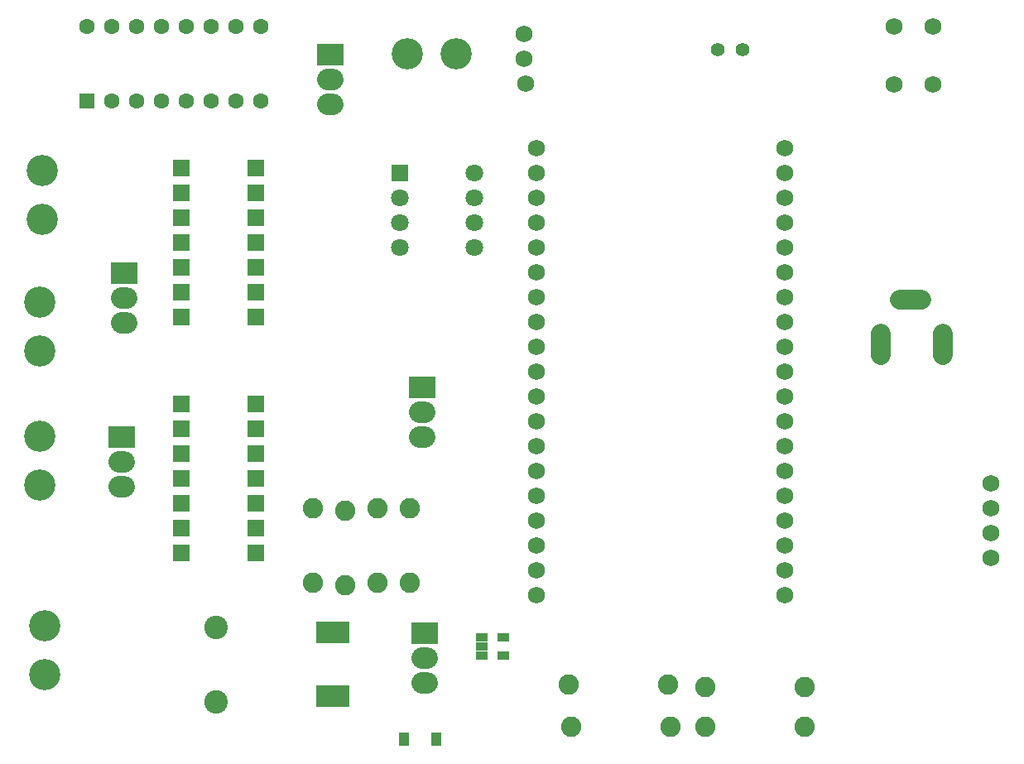
<source format=gts>
G04 ---------------------------- Layer name :TOP SOLDER LAYER*
G04 EasyEDA v5.4.12, Wed, 30 May 2018 14:54:02 GMT*
G04 28c5c568ee064045b2737d890bb1bb74*
G04 Gerber Generator version 0.2*
G04 Scale: 100 percent, Rotated: No, Reflected: No *
G04 Dimensions in inches *
G04 leading zeros omitted , absolute positions ,2 integer and 4 decimal *
%FSLAX24Y24*%
%MOIN*%
G90*
G70D02*

%ADD17R,0.134000X0.086700*%
%ADD18R,0.049732X0.033591*%
%ADD19R,0.043800X0.056000*%
%ADD20R,0.106425X0.086740*%
%ADD21C,0.082000*%
%ADD22C,0.126110*%
%ADD23R,0.063100X0.063100*%
%ADD24C,0.063100*%
%ADD25R,0.071000X0.071000*%
%ADD26C,0.068000*%
%ADD27C,0.094614*%
%ADD28C,0.071000*%
%ADD29C,0.055000*%
%ADD30C,0.078866*%
%ADD31C,0.086740*%

%LPD*%
G54D30*
G01X36169Y17333D02*
G01X36169Y16466D01*
G01X38669Y16466D02*
G01X38669Y17333D01*
G01X37783Y18690D02*
G01X36916Y18690D01*
G54D31*
G01X17898Y3250D02*
G01X17701Y3250D01*
G01X17898Y4250D02*
G01X17701Y4250D01*
G01X14098Y26550D02*
G01X13901Y26550D01*
G01X14098Y27550D02*
G01X13901Y27550D01*
G01X5698Y11150D02*
G01X5501Y11150D01*
G01X5698Y12150D02*
G01X5501Y12150D01*
G01X5798Y17750D02*
G01X5601Y17750D01*
G01X5798Y18750D02*
G01X5601Y18750D01*
G01X17798Y13150D02*
G01X17601Y13150D01*
G01X17798Y14150D02*
G01X17601Y14150D01*
G54D20*
G01X17800Y5250D03*
G54D21*
G01X15900Y7300D03*
G01X15900Y10300D03*
G01X14600Y7200D03*
G01X14600Y10200D03*
G54D22*
G01X2400Y23900D03*
G01X2400Y21932D03*
G54D23*
G01X4200Y26700D03*
G54D24*
G01X5200Y26700D03*
G01X6200Y26700D03*
G01X7200Y26700D03*
G01X8200Y26700D03*
G01X9200Y26700D03*
G01X10200Y26700D03*
G01X11200Y26700D03*
G01X10200Y29700D03*
G01X9200Y29700D03*
G01X8200Y29700D03*
G01X7200Y29700D03*
G01X6200Y29700D03*
G01X5200Y29700D03*
G01X4200Y29700D03*
G01X11200Y29700D03*
G54D25*
G01X8000Y14500D03*
G01X8000Y13500D03*
G01X8000Y10500D03*
G01X8000Y9500D03*
G01X8000Y12500D03*
G01X8000Y11500D03*
G01X8000Y8500D03*
G01X11000Y8500D03*
G01X11000Y9500D03*
G01X11000Y10500D03*
G01X11000Y11500D03*
G01X11000Y12500D03*
G01X11000Y13500D03*
G01X11000Y14500D03*
G54D26*
G01X40600Y11300D03*
G01X40600Y10300D03*
G01X40600Y9300D03*
G01X40600Y8300D03*
G54D20*
G01X14000Y28550D03*
G01X5600Y13150D03*
G01X5700Y19750D03*
G54D22*
G01X2500Y3600D03*
G01X2500Y5567D03*
G54D20*
G01X17700Y15150D03*
G54D27*
G01X9400Y2500D03*
G01X9400Y5500D03*
G54D21*
G01X13300Y7300D03*
G01X13300Y10300D03*
G01X17200Y7300D03*
G01X17200Y10300D03*
G54D17*
G01X14100Y5280D03*
G01X14100Y2719D03*
G54D18*
G01X20100Y5100D03*
G01X20100Y4726D03*
G01X20100Y4351D03*
G01X20965Y4351D03*
G01X20965Y5100D03*
G54D25*
G01X8000Y24000D03*
G01X8000Y23000D03*
G01X8000Y20000D03*
G01X8000Y19000D03*
G01X8000Y22000D03*
G01X8000Y21000D03*
G01X8000Y18000D03*
G01X11000Y18000D03*
G01X11000Y19000D03*
G01X11000Y20000D03*
G01X11000Y21000D03*
G01X11000Y22000D03*
G01X11000Y23000D03*
G01X11000Y24000D03*
G54D19*
G01X18239Y1000D03*
G01X16960Y1000D03*
G54D25*
G01X16800Y23800D03*
G54D28*
G01X16800Y22800D03*
G01X16800Y21800D03*
G01X16800Y20800D03*
G01X19800Y20800D03*
G01X19800Y21800D03*
G01X19800Y22800D03*
G01X19800Y23800D03*
G54D26*
G01X32300Y24800D03*
G01X32300Y23800D03*
G01X32300Y22800D03*
G01X32300Y21800D03*
G01X32300Y20800D03*
G01X32300Y19800D03*
G01X32300Y18800D03*
G01X32300Y17800D03*
G01X32300Y16800D03*
G01X32300Y15800D03*
G01X32300Y14800D03*
G01X32300Y13800D03*
G01X32300Y12800D03*
G01X32300Y11800D03*
G01X32300Y10800D03*
G01X32300Y9800D03*
G01X32300Y8800D03*
G01X32300Y7800D03*
G01X32300Y6800D03*
G01X22300Y24800D03*
G01X22300Y23800D03*
G01X22300Y22800D03*
G01X22300Y21800D03*
G01X22300Y20800D03*
G01X22300Y19800D03*
G01X22300Y18800D03*
G01X22300Y17800D03*
G01X22300Y16800D03*
G01X22300Y15800D03*
G01X22300Y14800D03*
G01X22300Y13800D03*
G01X22300Y12800D03*
G01X22300Y11800D03*
G01X22300Y10800D03*
G01X22300Y9800D03*
G01X22300Y8800D03*
G01X22300Y7800D03*
G01X22300Y6800D03*
G54D21*
G01X29100Y3100D03*
G01X33100Y3100D03*
G01X29100Y1500D03*
G01X33100Y1500D03*
G01X23600Y3200D03*
G01X27600Y3200D03*
G54D22*
G01X2300Y13200D03*
G01X2300Y11232D03*
G01X2300Y18600D03*
G01X2300Y16632D03*
G54D26*
G01X21800Y28400D03*
G01X21800Y29400D03*
G01X21839Y27392D03*
G54D21*
G01X23700Y1500D03*
G01X27700Y1500D03*
G54D29*
G01X29589Y28769D03*
G01X30589Y28769D03*
G54D26*
G01X38250Y27338D03*
G01X38250Y29700D03*
G01X36675Y27338D03*
G01X36675Y29700D03*
G54D22*
G01X17100Y28600D03*
G01X19068Y28600D03*
M00*
M02*

</source>
